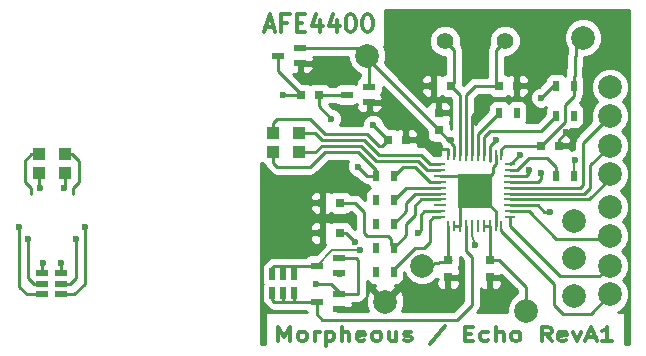
<source format=gbr>
G04 #@! TF.FileFunction,Copper,L1,Top,Signal*
%FSLAX46Y46*%
G04 Gerber Fmt 4.6, Leading zero omitted, Abs format (unit mm)*
G04 Created by KiCad (PCBNEW 4.0.0-rc1-stable) date 11/13/2015 10:46:54 AM*
%MOMM*%
G01*
G04 APERTURE LIST*
%ADD10C,0.100000*%
%ADD11C,0.300000*%
%ADD12R,0.500000X1.000000*%
%ADD13R,1.000760X0.599440*%
%ADD14C,1.422400*%
%ADD15R,0.800000X0.750000*%
%ADD16R,0.500000X0.900000*%
%ADD17R,0.750000X0.800000*%
%ADD18O,0.230000X0.998220*%
%ADD19R,0.230000X0.998220*%
%ADD20O,0.998220X0.230000*%
%ADD21R,0.998220X0.230000*%
%ADD22R,3.000000X3.000000*%
%ADD23C,1.998980*%
%ADD24R,1.000000X1.000000*%
%ADD25R,1.000000X0.500000*%
%ADD26C,0.600000*%
%ADD27C,0.250000*%
%ADD28C,0.200000*%
%ADD29C,0.254000*%
G04 APERTURE END LIST*
D10*
D11*
X125846858Y-118652857D02*
X125846858Y-117452857D01*
X126346858Y-118310000D01*
X126846858Y-117452857D01*
X126846858Y-118652857D01*
X127775430Y-118652857D02*
X127632572Y-118595714D01*
X127561144Y-118538571D01*
X127489715Y-118424286D01*
X127489715Y-118081429D01*
X127561144Y-117967143D01*
X127632572Y-117910000D01*
X127775430Y-117852857D01*
X127989715Y-117852857D01*
X128132572Y-117910000D01*
X128204001Y-117967143D01*
X128275430Y-118081429D01*
X128275430Y-118424286D01*
X128204001Y-118538571D01*
X128132572Y-118595714D01*
X127989715Y-118652857D01*
X127775430Y-118652857D01*
X128918287Y-118652857D02*
X128918287Y-117852857D01*
X128918287Y-118081429D02*
X128989715Y-117967143D01*
X129061144Y-117910000D01*
X129204001Y-117852857D01*
X129346858Y-117852857D01*
X129846858Y-117852857D02*
X129846858Y-119052857D01*
X129846858Y-117910000D02*
X129989715Y-117852857D01*
X130275429Y-117852857D01*
X130418286Y-117910000D01*
X130489715Y-117967143D01*
X130561144Y-118081429D01*
X130561144Y-118424286D01*
X130489715Y-118538571D01*
X130418286Y-118595714D01*
X130275429Y-118652857D01*
X129989715Y-118652857D01*
X129846858Y-118595714D01*
X131204001Y-118652857D02*
X131204001Y-117452857D01*
X131846858Y-118652857D02*
X131846858Y-118024286D01*
X131775429Y-117910000D01*
X131632572Y-117852857D01*
X131418287Y-117852857D01*
X131275429Y-117910000D01*
X131204001Y-117967143D01*
X133132572Y-118595714D02*
X132989715Y-118652857D01*
X132704001Y-118652857D01*
X132561144Y-118595714D01*
X132489715Y-118481429D01*
X132489715Y-118024286D01*
X132561144Y-117910000D01*
X132704001Y-117852857D01*
X132989715Y-117852857D01*
X133132572Y-117910000D01*
X133204001Y-118024286D01*
X133204001Y-118138571D01*
X132489715Y-118252857D01*
X134061144Y-118652857D02*
X133918286Y-118595714D01*
X133846858Y-118538571D01*
X133775429Y-118424286D01*
X133775429Y-118081429D01*
X133846858Y-117967143D01*
X133918286Y-117910000D01*
X134061144Y-117852857D01*
X134275429Y-117852857D01*
X134418286Y-117910000D01*
X134489715Y-117967143D01*
X134561144Y-118081429D01*
X134561144Y-118424286D01*
X134489715Y-118538571D01*
X134418286Y-118595714D01*
X134275429Y-118652857D01*
X134061144Y-118652857D01*
X135846858Y-117852857D02*
X135846858Y-118652857D01*
X135204001Y-117852857D02*
X135204001Y-118481429D01*
X135275429Y-118595714D01*
X135418287Y-118652857D01*
X135632572Y-118652857D01*
X135775429Y-118595714D01*
X135846858Y-118538571D01*
X136489715Y-118595714D02*
X136632572Y-118652857D01*
X136918287Y-118652857D01*
X137061144Y-118595714D01*
X137132572Y-118481429D01*
X137132572Y-118424286D01*
X137061144Y-118310000D01*
X136918287Y-118252857D01*
X136704001Y-118252857D01*
X136561144Y-118195714D01*
X136489715Y-118081429D01*
X136489715Y-118024286D01*
X136561144Y-117910000D01*
X136704001Y-117852857D01*
X136918287Y-117852857D01*
X137061144Y-117910000D01*
X139989715Y-117395714D02*
X138704001Y-118938571D01*
X141632573Y-118024286D02*
X142132573Y-118024286D01*
X142346859Y-118652857D02*
X141632573Y-118652857D01*
X141632573Y-117452857D01*
X142346859Y-117452857D01*
X143632573Y-118595714D02*
X143489716Y-118652857D01*
X143204002Y-118652857D01*
X143061144Y-118595714D01*
X142989716Y-118538571D01*
X142918287Y-118424286D01*
X142918287Y-118081429D01*
X142989716Y-117967143D01*
X143061144Y-117910000D01*
X143204002Y-117852857D01*
X143489716Y-117852857D01*
X143632573Y-117910000D01*
X144275430Y-118652857D02*
X144275430Y-117452857D01*
X144918287Y-118652857D02*
X144918287Y-118024286D01*
X144846858Y-117910000D01*
X144704001Y-117852857D01*
X144489716Y-117852857D01*
X144346858Y-117910000D01*
X144275430Y-117967143D01*
X145846859Y-118652857D02*
X145704001Y-118595714D01*
X145632573Y-118538571D01*
X145561144Y-118424286D01*
X145561144Y-118081429D01*
X145632573Y-117967143D01*
X145704001Y-117910000D01*
X145846859Y-117852857D01*
X146061144Y-117852857D01*
X146204001Y-117910000D01*
X146275430Y-117967143D01*
X146346859Y-118081429D01*
X146346859Y-118424286D01*
X146275430Y-118538571D01*
X146204001Y-118595714D01*
X146061144Y-118652857D01*
X145846859Y-118652857D01*
X148989716Y-118652857D02*
X148489716Y-118081429D01*
X148132573Y-118652857D02*
X148132573Y-117452857D01*
X148704001Y-117452857D01*
X148846859Y-117510000D01*
X148918287Y-117567143D01*
X148989716Y-117681429D01*
X148989716Y-117852857D01*
X148918287Y-117967143D01*
X148846859Y-118024286D01*
X148704001Y-118081429D01*
X148132573Y-118081429D01*
X150204001Y-118595714D02*
X150061144Y-118652857D01*
X149775430Y-118652857D01*
X149632573Y-118595714D01*
X149561144Y-118481429D01*
X149561144Y-118024286D01*
X149632573Y-117910000D01*
X149775430Y-117852857D01*
X150061144Y-117852857D01*
X150204001Y-117910000D01*
X150275430Y-118024286D01*
X150275430Y-118138571D01*
X149561144Y-118252857D01*
X150775430Y-117852857D02*
X151132573Y-118652857D01*
X151489715Y-117852857D01*
X151989715Y-118310000D02*
X152704001Y-118310000D01*
X151846858Y-118652857D02*
X152346858Y-117452857D01*
X152846858Y-118652857D01*
X154132572Y-118652857D02*
X153275429Y-118652857D01*
X153704001Y-118652857D02*
X153704001Y-117452857D01*
X153561144Y-117624286D01*
X153418286Y-117738571D01*
X153275429Y-117795714D01*
X124750287Y-92071000D02*
X125464573Y-92071000D01*
X124607430Y-92499571D02*
X125107430Y-90999571D01*
X125607430Y-92499571D01*
X126607430Y-91713857D02*
X126107430Y-91713857D01*
X126107430Y-92499571D02*
X126107430Y-90999571D01*
X126821716Y-90999571D01*
X127393144Y-91713857D02*
X127893144Y-91713857D01*
X128107430Y-92499571D02*
X127393144Y-92499571D01*
X127393144Y-90999571D01*
X128107430Y-90999571D01*
X129393144Y-91499571D02*
X129393144Y-92499571D01*
X129036001Y-90928143D02*
X128678858Y-91999571D01*
X129607430Y-91999571D01*
X130821715Y-91499571D02*
X130821715Y-92499571D01*
X130464572Y-90928143D02*
X130107429Y-91999571D01*
X131036001Y-91999571D01*
X131893143Y-90999571D02*
X132036000Y-90999571D01*
X132178857Y-91071000D01*
X132250286Y-91142429D01*
X132321715Y-91285286D01*
X132393143Y-91571000D01*
X132393143Y-91928143D01*
X132321715Y-92213857D01*
X132250286Y-92356714D01*
X132178857Y-92428143D01*
X132036000Y-92499571D01*
X131893143Y-92499571D01*
X131750286Y-92428143D01*
X131678857Y-92356714D01*
X131607429Y-92213857D01*
X131536000Y-91928143D01*
X131536000Y-91571000D01*
X131607429Y-91285286D01*
X131678857Y-91142429D01*
X131750286Y-91071000D01*
X131893143Y-90999571D01*
X133321714Y-90999571D02*
X133464571Y-90999571D01*
X133607428Y-91071000D01*
X133678857Y-91142429D01*
X133750286Y-91285286D01*
X133821714Y-91571000D01*
X133821714Y-91928143D01*
X133750286Y-92213857D01*
X133678857Y-92356714D01*
X133607428Y-92428143D01*
X133464571Y-92499571D01*
X133321714Y-92499571D01*
X133178857Y-92428143D01*
X133107428Y-92356714D01*
X133036000Y-92213857D01*
X132964571Y-91928143D01*
X132964571Y-91571000D01*
X133036000Y-91285286D01*
X133107428Y-91142429D01*
X133178857Y-91071000D01*
X133321714Y-90999571D01*
D12*
X127138000Y-112992000D03*
X126238000Y-112992000D03*
X125338000Y-112992000D03*
X125338000Y-114592000D03*
X126238000Y-114592000D03*
X127138000Y-114592000D03*
D13*
X133537960Y-97139760D03*
X133537960Y-98440240D03*
X131638040Y-97790000D03*
X127695960Y-93837760D03*
X127695960Y-95138240D03*
X125796040Y-94488000D03*
X130997960Y-111617760D03*
X130997960Y-112918240D03*
X129098040Y-112268000D03*
X130997960Y-114665760D03*
X130997960Y-115966240D03*
X129098040Y-115316000D03*
D14*
X139954000Y-93218000D03*
X145034000Y-93218000D03*
D15*
X136640000Y-101600000D03*
X135140000Y-101600000D03*
D16*
X135624000Y-104648000D03*
X134124000Y-104648000D03*
X149364000Y-104648000D03*
X150864000Y-104648000D03*
D15*
X127774000Y-97790000D03*
X129274000Y-97790000D03*
X131052000Y-106934000D03*
X129552000Y-106934000D03*
X131051500Y-109500500D03*
X129551500Y-109500500D03*
D17*
X139446000Y-100826000D03*
X139446000Y-99326000D03*
D15*
X140450000Y-97028000D03*
X138950000Y-97028000D03*
D17*
X140208000Y-111772000D03*
X140208000Y-113272000D03*
D15*
X144538000Y-97028000D03*
X146038000Y-97028000D03*
D17*
X143764000Y-111772000D03*
X143764000Y-113272000D03*
D15*
X148094000Y-102108000D03*
X149594000Y-102108000D03*
D16*
X135624000Y-110744000D03*
X134124000Y-110744000D03*
X135624000Y-108712000D03*
X134124000Y-108712000D03*
X135624000Y-106680000D03*
X134124000Y-106680000D03*
X135624000Y-112776000D03*
X134124000Y-112776000D03*
X144538000Y-99314000D03*
X146038000Y-99314000D03*
X149364000Y-99568000D03*
X150864000Y-99568000D03*
X149364000Y-97028000D03*
X150864000Y-97028000D03*
D18*
X140246100Y-102918260D03*
X140746480Y-102918260D03*
D19*
X141244320Y-102918260D03*
X141744700Y-102918260D03*
X142245080Y-102918260D03*
X142742920Y-102918260D03*
X143243300Y-102918260D03*
X143743680Y-102918260D03*
D18*
X144241520Y-102918260D03*
X144741900Y-102918260D03*
D20*
X145493740Y-103670100D03*
X145493740Y-104170480D03*
D21*
X145493740Y-104668320D03*
X145493740Y-105168700D03*
X145493740Y-105669080D03*
X145493740Y-106166920D03*
X145493740Y-106667300D03*
X145493740Y-107167680D03*
D20*
X145493740Y-107665520D03*
X145493740Y-108165900D03*
D18*
X144741900Y-108917740D03*
X144241520Y-108917740D03*
D19*
X143743680Y-108917740D03*
X143243300Y-108917740D03*
X142742920Y-108917740D03*
X142245080Y-108917740D03*
X141744700Y-108917740D03*
X141244320Y-108917740D03*
D18*
X140746480Y-108917740D03*
X140246100Y-108917740D03*
D20*
X139494260Y-108165900D03*
X139494260Y-107665520D03*
D21*
X139494260Y-107167680D03*
X139494260Y-106667300D03*
X139494260Y-106166920D03*
X139494260Y-105669080D03*
X139494260Y-105168700D03*
X139494260Y-104668320D03*
D20*
X139494260Y-104170480D03*
X139494260Y-103670100D03*
D22*
X142494000Y-105918000D03*
D23*
X133350000Y-94488000D03*
X146812000Y-116078000D03*
X151638000Y-92964000D03*
X138049000Y-112268000D03*
X134874000Y-115316000D03*
X150876000Y-114808000D03*
X150876000Y-111633000D03*
X150876000Y-108458000D03*
D24*
X125392000Y-102654000D03*
X127592000Y-102654000D03*
X125392000Y-101054000D03*
X127592000Y-101054000D03*
X107780000Y-102832000D03*
X105580000Y-102832000D03*
X107780000Y-104432000D03*
X105580000Y-104432000D03*
D23*
X153924000Y-99568000D03*
X153924000Y-102108000D03*
X153924000Y-97138000D03*
X153924000Y-104538000D03*
X153924000Y-109728000D03*
X153924000Y-112268000D03*
X153924000Y-107298000D03*
X153924000Y-114698000D03*
D25*
X105880000Y-112892000D03*
X105880000Y-113792000D03*
X105880000Y-114692000D03*
X107480000Y-114692000D03*
X107480000Y-113792000D03*
X107480000Y-112892000D03*
D26*
X127508000Y-101092000D03*
X126238000Y-97790000D03*
X127508000Y-102616000D03*
X130302000Y-99822000D03*
X136652000Y-96012000D03*
X148336000Y-95758000D03*
X143764000Y-115062000D03*
X142494000Y-104902000D03*
X141478000Y-105918000D03*
X143510000Y-104902000D03*
X141478000Y-106934000D03*
X142494000Y-106934000D03*
X143510000Y-106934000D03*
X143510000Y-105918000D03*
X141478000Y-104902000D03*
X138938000Y-102362000D03*
X142494000Y-105918000D03*
X150241000Y-100965000D03*
X132334000Y-110236000D03*
X137668000Y-109474000D03*
X144272000Y-101600000D03*
X140462000Y-101600000D03*
X129032000Y-113792000D03*
X148082000Y-98044000D03*
X146304000Y-102870000D03*
X148082000Y-104394000D03*
X150945300Y-103342500D03*
X147066000Y-104140000D03*
X148844000Y-107696000D03*
X133858000Y-100330000D03*
X132588000Y-103886000D03*
X105918000Y-112014000D03*
X104648000Y-109982000D03*
X103886000Y-108966000D03*
X109474000Y-108966000D03*
X108712000Y-109982000D03*
X107442000Y-112014000D03*
X132722000Y-110984400D03*
X142494000Y-110490000D03*
X105664000Y-105664000D03*
X107696000Y-105664000D03*
D27*
X127546000Y-101054000D02*
X127592000Y-101054000D01*
X127508000Y-101092000D02*
X127546000Y-101054000D01*
X127574000Y-97590000D02*
X127774000Y-97790000D01*
X125796000Y-95812000D02*
X127574000Y-97590000D01*
X125796000Y-94488000D02*
X125796000Y-95812000D01*
X127574000Y-97590000D02*
X127774000Y-97790000D01*
X127774000Y-97790000D02*
X126238000Y-97790000D01*
X128994000Y-101054000D02*
X127592000Y-101054000D01*
X129540000Y-101600000D02*
X128994000Y-101054000D01*
X133096000Y-101600000D02*
X129540000Y-101600000D01*
X134366000Y-102870000D02*
X133096000Y-101600000D01*
X137922000Y-102870000D02*
X134366000Y-102870000D01*
X138722000Y-103670000D02*
X137922000Y-102870000D01*
X139494000Y-103670000D02*
X138722000Y-103670000D01*
D28*
X139494200Y-103670000D02*
X139494300Y-103670100D01*
X139494000Y-103670000D02*
X139494200Y-103670000D01*
D27*
X127242000Y-100704000D02*
X127563000Y-100898000D01*
X127563000Y-100898000D02*
X127884000Y-101092000D01*
D28*
X127592000Y-100927000D02*
X127592000Y-101054000D01*
X127563000Y-100898000D02*
X127592000Y-100927000D01*
D27*
X127508000Y-102616000D02*
X127546000Y-102654000D01*
X129274000Y-98794000D02*
X130302000Y-99822000D01*
X129274000Y-97790000D02*
X129274000Y-98794000D01*
X127546000Y-102654000D02*
X127592000Y-102654000D01*
X129274000Y-97790000D02*
X131638000Y-97790000D01*
X127292000Y-102654000D02*
X127546000Y-102654000D01*
X127546000Y-102654000D02*
X127592000Y-102654000D01*
X139494000Y-104170000D02*
X139493800Y-104170000D01*
X128994000Y-102654000D02*
X127592000Y-102654000D01*
X129540000Y-102108000D02*
X128994000Y-102654000D01*
X132842000Y-102108000D02*
X129540000Y-102108000D01*
X134112000Y-103378000D02*
X132842000Y-102108000D01*
X137668000Y-103378000D02*
X134112000Y-103378000D01*
X138460000Y-104170000D02*
X137668000Y-103378000D01*
X139493800Y-104170000D02*
X138460000Y-104170000D01*
D28*
X139493800Y-104170000D02*
X139494300Y-104170500D01*
D27*
X135382000Y-110502000D02*
X135624000Y-110744000D01*
X135382000Y-109982000D02*
X135382000Y-110502000D01*
X135128000Y-109728000D02*
X135382000Y-109982000D01*
X133350000Y-109728000D02*
X135128000Y-109728000D01*
X133096000Y-109474000D02*
X133350000Y-109728000D01*
X133096000Y-107696000D02*
X133096000Y-109474000D01*
X132334000Y-106934000D02*
X133096000Y-107696000D01*
X131052000Y-106934000D02*
X132334000Y-106934000D01*
X135624000Y-110744000D02*
X135624000Y-110732000D01*
X136652000Y-109716000D02*
X135624000Y-110744000D01*
X136652000Y-108712000D02*
X136652000Y-109716000D01*
X137414000Y-107950000D02*
X136652000Y-108712000D01*
X137414000Y-107188000D02*
X137414000Y-107950000D01*
X137935000Y-106667000D02*
X137414000Y-107188000D01*
X139494000Y-106667000D02*
X137935000Y-106667000D01*
D28*
X139494000Y-106667000D02*
X139494300Y-106667300D01*
D27*
X144241520Y-102918260D02*
X144241520Y-103662480D01*
X144018000Y-104394000D02*
X142494000Y-105918000D01*
X144018000Y-103886000D02*
X144018000Y-104394000D01*
X144241520Y-103662480D02*
X144018000Y-103886000D01*
X138950000Y-97028000D02*
X137668000Y-97028000D01*
X137668000Y-97028000D02*
X136652000Y-96012000D01*
X146038000Y-97028000D02*
X147066000Y-97028000D01*
X147066000Y-97028000D02*
X148336000Y-95758000D01*
X143764000Y-113272000D02*
X143764000Y-115062000D01*
X142494000Y-105918000D02*
X142494000Y-104902000D01*
X142494000Y-105918000D02*
X141478000Y-105918000D01*
X142494000Y-105918000D02*
X142748000Y-105918000D01*
X142748000Y-105918000D02*
X143510000Y-104902000D01*
X141244320Y-107167680D02*
X141478000Y-106934000D01*
X142742920Y-107182920D02*
X142494000Y-106934000D01*
X144241520Y-108917740D02*
X144241520Y-107665520D01*
X144241520Y-107665520D02*
X143510000Y-106934000D01*
X143510000Y-105918000D02*
X142494000Y-105918000D01*
X141478000Y-104902000D02*
X142494000Y-105918000D01*
X140208000Y-102362000D02*
X138938000Y-102362000D01*
X140246000Y-102400000D02*
X140208000Y-102362000D01*
X140246000Y-102654000D02*
X140246000Y-102400000D01*
X142245000Y-99563000D02*
X143510000Y-98298000D01*
X142245000Y-102918000D02*
X142245000Y-99563000D01*
D28*
X140246000Y-102918000D02*
X140246000Y-102654000D01*
D27*
X142743000Y-106167000D02*
X142494000Y-105918000D01*
X134874000Y-115316000D02*
X134874000Y-115304000D01*
X129552000Y-106934000D02*
X129552000Y-106744000D01*
X141244000Y-107168000D02*
X142494000Y-105918000D01*
X141244000Y-108918000D02*
X141244000Y-107168000D01*
X140746000Y-108918000D02*
X141244000Y-108918000D01*
X139494000Y-104668000D02*
X141244000Y-104668000D01*
X141244000Y-107168000D02*
X142494000Y-105918000D01*
X149594000Y-101612000D02*
X150241000Y-100965000D01*
X149594000Y-102108000D02*
X149594000Y-101612000D01*
X140246000Y-102918000D02*
X140246000Y-102654000D01*
X131572000Y-109474000D02*
X131318000Y-109474000D01*
X132334000Y-110236000D02*
X131572000Y-109474000D01*
X131052000Y-109474000D02*
X131318000Y-109474000D01*
X131318000Y-109474000D02*
X131052000Y-109474000D01*
X139494000Y-107666000D02*
X139493800Y-107666000D01*
X137922000Y-109220000D02*
X137668000Y-109474000D01*
X137922000Y-107950000D02*
X137922000Y-109220000D01*
X138206000Y-107666000D02*
X137922000Y-107950000D01*
X139493800Y-107666000D02*
X138206000Y-107666000D01*
D28*
X139493800Y-107666000D02*
X139494300Y-107665500D01*
D27*
X131052000Y-109500000D02*
X131051500Y-109500500D01*
X131052000Y-109474000D02*
X131052000Y-109500000D01*
X140462000Y-101600000D02*
X140220000Y-101600000D01*
X143743680Y-102128320D02*
X144272000Y-101600000D01*
X143743680Y-102918260D02*
X143743680Y-102128320D01*
X140220000Y-101600000D02*
X139446000Y-100826000D01*
X133350000Y-94730000D02*
X139446000Y-100826000D01*
X133350000Y-94488000D02*
X133350000Y-94730000D01*
X133538000Y-97140000D02*
X133538000Y-97139800D01*
X133538000Y-94676000D02*
X133350000Y-94488000D01*
X133538000Y-97139800D02*
X133538000Y-94676000D01*
X143744000Y-103392000D02*
X143744000Y-102918000D01*
D28*
X143743700Y-103391700D02*
X143743700Y-102918300D01*
X143744000Y-103392000D02*
X143743700Y-103391700D01*
D27*
X140746000Y-102126000D02*
X140746000Y-103021000D01*
X139446000Y-100826000D02*
X140746000Y-102126000D01*
D28*
X140746500Y-103020500D02*
X140746500Y-102918300D01*
X140746000Y-103021000D02*
X140746500Y-103020500D01*
D27*
X127696000Y-93838000D02*
X127696200Y-93838000D01*
X132700000Y-93838000D02*
X133350000Y-94488000D01*
X127696200Y-93838000D02*
X132700000Y-93838000D01*
D28*
X127696200Y-93838000D02*
X127696000Y-93837800D01*
D27*
X140716000Y-96762000D02*
X140450000Y-97028000D01*
X140716000Y-93980000D02*
X140716000Y-96762000D01*
X139954000Y-93218000D02*
X140716000Y-93980000D01*
X141244000Y-102918000D02*
X141244000Y-100370000D01*
X141244000Y-97822000D02*
X140450000Y-97028000D01*
X141244000Y-100370000D02*
X141244000Y-97822000D01*
D28*
X141244300Y-100370300D02*
X141244300Y-102918300D01*
X141244000Y-100370000D02*
X141244300Y-100370300D01*
D27*
X140474000Y-111760000D02*
X138049000Y-112268000D01*
X140246000Y-108918000D02*
X140246000Y-110479000D01*
X140246000Y-111532000D02*
X140474000Y-111760000D01*
X140246000Y-110479000D02*
X140246000Y-111532000D01*
D28*
X140246100Y-110478900D02*
X140246100Y-108917700D01*
X140246000Y-110479000D02*
X140246100Y-110478900D01*
D27*
X144272000Y-96762000D02*
X144538000Y-97028000D01*
X144272000Y-93980000D02*
X144272000Y-96762000D01*
X145034000Y-93218000D02*
X144272000Y-93980000D01*
X141745000Y-102918000D02*
X141745000Y-100360500D01*
X142519000Y-97028000D02*
X144538000Y-97028000D01*
X141745000Y-97803000D02*
X142519000Y-97028000D01*
X141745000Y-100360500D02*
X141745000Y-97803000D01*
D28*
X141744700Y-100360800D02*
X141744700Y-102918300D01*
X141745000Y-100360500D02*
X141744700Y-100360800D01*
D27*
X143764000Y-111772000D02*
X144538000Y-111772000D01*
X146812000Y-114046000D02*
X146812000Y-116078000D01*
X144538000Y-111772000D02*
X146812000Y-114046000D01*
X129032000Y-113792000D02*
X130302000Y-113792000D01*
X130302000Y-113792000D02*
X130997960Y-114487960D01*
X130997960Y-114487960D02*
X130997960Y-114665760D01*
X146812000Y-116078000D02*
X146558000Y-116078000D01*
X130998200Y-114666000D02*
X130998000Y-114666000D01*
X132588000Y-114666000D02*
X130998200Y-114666000D01*
D28*
X130998200Y-114666000D02*
X130998000Y-114665800D01*
X143243300Y-108917700D02*
X143243300Y-108918000D01*
D27*
X143243000Y-108918000D02*
X143243300Y-108918000D01*
D28*
X143743700Y-108917700D02*
X143743700Y-108918000D01*
D27*
X143243300Y-108918000D02*
X143743700Y-108918000D01*
X143744000Y-110228000D02*
X143764000Y-111772000D01*
X143744000Y-108918000D02*
X143744000Y-110228000D01*
X143743700Y-108918000D02*
X143744000Y-108918000D01*
X130998000Y-111618000D02*
X130998200Y-111618000D01*
X132588000Y-111760000D02*
X132588000Y-114666000D01*
X132446000Y-111618000D02*
X132588000Y-111760000D01*
X130998200Y-111618000D02*
X132446000Y-111618000D01*
D28*
X130998200Y-111618000D02*
X130998000Y-111617800D01*
D27*
X151015000Y-93714000D02*
X150864000Y-97028000D01*
X151638000Y-93091000D02*
X151015000Y-93714000D01*
X151638000Y-92964000D02*
X151638000Y-93091000D01*
X150114000Y-100088000D02*
X148094000Y-102108000D01*
X150114000Y-98679000D02*
X150114000Y-100088000D01*
X150864000Y-97929000D02*
X150114000Y-98679000D01*
X150864000Y-97028000D02*
X150864000Y-97929000D01*
X144742000Y-102918000D02*
X144742000Y-102659000D01*
X145034000Y-102108000D02*
X148094000Y-102108000D01*
X144742000Y-102400000D02*
X145034000Y-102108000D01*
X144742000Y-102659000D02*
X144742000Y-102400000D01*
D28*
X144741900Y-102659100D02*
X144741900Y-102918300D01*
X144742000Y-102659000D02*
X144741900Y-102659100D01*
D27*
X149098000Y-97028000D02*
X148082000Y-98044000D01*
X149364000Y-97028000D02*
X149098000Y-97028000D01*
X145504000Y-103670000D02*
X146304000Y-102870000D01*
X145494000Y-103670000D02*
X145504000Y-103670000D01*
D28*
X145493800Y-103670000D02*
X145493700Y-103670100D01*
X145494000Y-103670000D02*
X145493800Y-103670000D01*
D27*
X148082000Y-104902000D02*
X148082000Y-104394000D01*
X147815000Y-105169000D02*
X148082000Y-104902000D01*
X145494000Y-105169000D02*
X147815000Y-105169000D01*
D28*
X145494000Y-105169000D02*
X145493700Y-105168700D01*
D27*
X151638000Y-101854000D02*
X153924000Y-99568000D01*
X151638000Y-105410000D02*
X151638000Y-101854000D01*
X151379000Y-105669000D02*
X151638000Y-105410000D01*
X145494000Y-105669000D02*
X151379000Y-105669000D01*
D28*
X145493800Y-105669000D02*
X145493700Y-105669100D01*
X145494000Y-105669000D02*
X145493800Y-105669000D01*
D27*
X152273000Y-103759000D02*
X153924000Y-102108000D01*
X152273000Y-105664000D02*
X152273000Y-103759000D01*
X151770000Y-106167000D02*
X152273000Y-105664000D01*
X145494000Y-106167000D02*
X151770000Y-106167000D01*
D28*
X145493800Y-106167000D02*
X145493700Y-106166900D01*
X145494000Y-106167000D02*
X145493800Y-106167000D01*
D27*
X153924000Y-104902000D02*
X153924000Y-104538000D01*
X152159000Y-106667000D02*
X153924000Y-104902000D01*
X145494000Y-106667000D02*
X152159000Y-106667000D01*
D28*
X145494000Y-106667000D02*
X145493700Y-106667300D01*
X150864000Y-103423800D02*
X150864000Y-104648000D01*
X150945300Y-103342500D02*
X150864000Y-103423800D01*
D27*
X147066000Y-104394000D02*
X147066000Y-104140000D01*
X146792000Y-104668000D02*
X147066000Y-104394000D01*
X145494000Y-104668000D02*
X146792000Y-104668000D01*
D28*
X145494000Y-104668000D02*
X145493700Y-104668300D01*
D27*
X148336000Y-107696000D02*
X148844000Y-107696000D01*
X147808000Y-107168000D02*
X148336000Y-107696000D01*
X145494000Y-107168000D02*
X147808000Y-107168000D01*
D28*
X145494000Y-107168000D02*
X145493700Y-107167700D01*
D27*
X145494000Y-107666000D02*
X145494200Y-107666000D01*
X153670000Y-109982000D02*
X153924000Y-109728000D01*
X149352000Y-109982000D02*
X153670000Y-109982000D01*
X147036000Y-107666000D02*
X149352000Y-109982000D01*
X145494200Y-107666000D02*
X147036000Y-107666000D01*
D28*
X145494200Y-107666000D02*
X145493700Y-107665500D01*
D27*
X153670000Y-112522000D02*
X153924000Y-112268000D01*
X145494000Y-108166000D02*
X145494000Y-108542000D01*
X153035000Y-113157000D02*
X153670000Y-112522000D01*
X149733000Y-113157000D02*
X153035000Y-113157000D01*
X145494000Y-108918000D02*
X149733000Y-113157000D01*
X145494000Y-108542000D02*
X145494000Y-108918000D01*
D28*
X145493700Y-108541700D02*
X145493700Y-108165900D01*
X145494000Y-108542000D02*
X145493700Y-108541700D01*
D27*
X144742000Y-109309000D02*
X144742000Y-109245500D01*
X149225000Y-113792000D02*
X144742000Y-109309000D01*
X149225000Y-115570000D02*
X149225000Y-113792000D01*
X149987000Y-116332000D02*
X149225000Y-115570000D01*
X152290000Y-116332000D02*
X149987000Y-116332000D01*
X153924000Y-114698000D02*
X152290000Y-116332000D01*
X144742000Y-109245500D02*
X144742000Y-109182000D01*
D28*
X144741900Y-109245400D02*
X144741900Y-108917700D01*
X144742000Y-109245500D02*
X144741900Y-109245400D01*
D27*
X135624000Y-108712000D02*
X135624000Y-108597000D01*
X136652000Y-107684000D02*
X135624000Y-108712000D01*
X136652000Y-106934000D02*
X136652000Y-107684000D01*
X137419000Y-106167000D02*
X136652000Y-106934000D01*
X139494000Y-106167000D02*
X137419000Y-106167000D01*
D28*
X139494200Y-106167000D02*
X139494300Y-106166900D01*
X139494000Y-106167000D02*
X139494200Y-106167000D01*
D27*
X135624000Y-106680000D02*
X135624000Y-106438000D01*
X136635000Y-105669000D02*
X135624000Y-106680000D01*
X139494000Y-105669000D02*
X136635000Y-105669000D01*
D28*
X139494200Y-105669000D02*
X139494300Y-105669100D01*
X139494000Y-105669000D02*
X139494200Y-105669000D01*
D27*
X135624000Y-112534000D02*
X135624000Y-112776000D01*
X137414000Y-110744000D02*
X135624000Y-112534000D01*
X138176000Y-110744000D02*
X137414000Y-110744000D01*
X138684000Y-110236000D02*
X138176000Y-110744000D01*
X138684000Y-108458000D02*
X138684000Y-110236000D01*
X138976000Y-108166000D02*
X138684000Y-108458000D01*
X139494000Y-108166000D02*
X138976000Y-108166000D01*
D28*
X139494200Y-108166000D02*
X139494300Y-108165900D01*
X139494000Y-108166000D02*
X139494200Y-108166000D01*
D27*
X144289000Y-99563000D02*
X144538000Y-99314000D01*
X142743000Y-102918000D02*
X142743000Y-102007500D01*
X144526000Y-99314000D02*
X144538000Y-99314000D01*
X142743000Y-101097000D02*
X144526000Y-99314000D01*
X142743000Y-102007500D02*
X142743000Y-101097000D01*
D28*
X142742900Y-102007600D02*
X142742900Y-102918300D01*
X142743000Y-102007500D02*
X142742900Y-102007600D01*
D27*
X143243000Y-102918000D02*
X143243000Y-102138500D01*
X148094000Y-100838000D02*
X149364000Y-99568000D01*
X143764000Y-100838000D02*
X148094000Y-100838000D01*
X143243000Y-101359000D02*
X143764000Y-100838000D01*
X143243000Y-102138500D02*
X143243000Y-101359000D01*
D28*
X143243300Y-102138800D02*
X143243300Y-102918300D01*
X143243000Y-102138500D02*
X143243300Y-102138800D01*
D27*
X133350000Y-104648000D02*
X132588000Y-103886000D01*
X134124000Y-104648000D02*
X133350000Y-104648000D01*
X135128000Y-101600000D02*
X135140000Y-101600000D01*
X133858000Y-100330000D02*
X135128000Y-101600000D01*
X134632000Y-102108000D02*
X135140000Y-101600000D01*
X134366000Y-102108000D02*
X134632000Y-102108000D01*
X133350000Y-101092000D02*
X134366000Y-102108000D01*
X129794000Y-101092000D02*
X133350000Y-101092000D01*
X128524000Y-99822000D02*
X129794000Y-101092000D01*
X125730000Y-99822000D02*
X128524000Y-99822000D01*
X125392000Y-100160000D02*
X125730000Y-99822000D01*
X125392000Y-101054000D02*
X125392000Y-100160000D01*
X125392000Y-103548000D02*
X125392000Y-102654000D01*
X125730000Y-103886000D02*
X125392000Y-103548000D01*
X128524000Y-103886000D02*
X125730000Y-103886000D01*
X129794000Y-102616000D02*
X128524000Y-103886000D01*
X132588000Y-102616000D02*
X129794000Y-102616000D01*
X134124000Y-104152000D02*
X132588000Y-102616000D01*
X134124000Y-104648000D02*
X134124000Y-104152000D01*
X125392000Y-101054000D02*
X125692000Y-101054000D01*
X105880000Y-112892000D02*
X105880000Y-112052000D01*
X105880000Y-112052000D02*
X105918000Y-112014000D01*
X105880000Y-113792000D02*
X105156000Y-113792000D01*
X104648000Y-113284000D02*
X104648000Y-109982000D01*
X105156000Y-113792000D02*
X104648000Y-113284000D01*
X105880000Y-114692000D02*
X104532000Y-114692000D01*
X103886000Y-114046000D02*
X103886000Y-108966000D01*
X104532000Y-114692000D02*
X103886000Y-114046000D01*
X107480000Y-114692000D02*
X108574000Y-114692000D01*
X109474000Y-113792000D02*
X109474000Y-108966000D01*
X108574000Y-114692000D02*
X109474000Y-113792000D01*
X107480000Y-113792000D02*
X108204000Y-113792000D01*
X108712000Y-113284000D02*
X108712000Y-109982000D01*
X108204000Y-113792000D02*
X108712000Y-113284000D01*
X107480000Y-112892000D02*
X107480000Y-112052000D01*
X107480000Y-112052000D02*
X107442000Y-112014000D01*
X126238000Y-112268000D02*
X125476000Y-112268000D01*
X125338000Y-112406000D02*
X125338000Y-112992000D01*
X125476000Y-112268000D02*
X125338000Y-112406000D01*
X127254000Y-112268000D02*
X126238000Y-112268000D01*
X126238000Y-112268000D02*
X126238000Y-112992000D01*
X129098040Y-112268000D02*
X127254000Y-112268000D01*
X127138000Y-112384000D02*
X127138000Y-112992000D01*
X127254000Y-112268000D02*
X127138000Y-112384000D01*
D28*
X129097700Y-112268000D02*
X130381300Y-110984400D01*
X130381300Y-110984400D02*
X132722000Y-110984400D01*
X142245100Y-108917700D02*
X142245100Y-109717100D01*
X142494000Y-110490000D02*
X142262600Y-109717100D01*
X142262600Y-109717100D02*
X142245100Y-109717100D01*
D27*
X129001500Y-112268000D02*
X128905000Y-112268000D01*
X129049800Y-112268000D02*
X129001500Y-112268000D01*
X129049800Y-112268000D02*
X129001500Y-112268000D01*
X129073900Y-112268000D02*
X129049800Y-112268000D01*
X129073900Y-112268000D02*
X129049800Y-112268000D01*
X129086000Y-112268000D02*
X129073900Y-112268000D01*
X129086000Y-112268000D02*
X129073900Y-112268000D01*
X129092000Y-112268000D02*
X129086000Y-112268000D01*
X129092000Y-112268000D02*
X129086000Y-112268000D01*
X129095000Y-112268000D02*
X129092000Y-112268000D01*
X129095000Y-112268000D02*
X129092000Y-112268000D01*
X129096500Y-112268000D02*
X129095000Y-112268000D01*
X129096500Y-112268000D02*
X129095000Y-112268000D01*
X129097300Y-112268000D02*
X129096500Y-112268000D01*
X129097300Y-112268000D02*
X129096500Y-112268000D01*
X129098000Y-112268000D02*
X129097700Y-112268000D01*
X129097700Y-112268000D02*
X129097300Y-112268000D01*
X129097700Y-112268000D02*
X129097300Y-112268000D01*
X126238000Y-115316000D02*
X125476000Y-115316000D01*
X125338000Y-115178000D02*
X125338000Y-114592000D01*
X125476000Y-115316000D02*
X125338000Y-115178000D01*
X127254000Y-115316000D02*
X126238000Y-115316000D01*
X126238000Y-115316000D02*
X126238000Y-114592000D01*
X129098040Y-115316000D02*
X127254000Y-115316000D01*
X127138000Y-115200000D02*
X127138000Y-114592000D01*
X127254000Y-115316000D02*
X127138000Y-115200000D01*
X142240000Y-115570000D02*
X142240000Y-111506000D01*
X129098040Y-116398040D02*
X129540000Y-116840000D01*
X129540000Y-116840000D02*
X140970000Y-116840000D01*
X140970000Y-116840000D02*
X142240000Y-115570000D01*
X129098040Y-115316000D02*
X129098040Y-116398040D01*
X141744700Y-111010700D02*
X141744700Y-108917740D01*
X142240000Y-111506000D02*
X141744700Y-111010700D01*
X141732000Y-108930000D02*
X141738500Y-108924000D01*
X141738500Y-108924000D02*
X141745000Y-108918000D01*
D28*
X141744700Y-108917800D02*
X141744700Y-108917700D01*
X141738500Y-108924000D02*
X141744700Y-108917800D01*
D27*
X136386000Y-103886000D02*
X135624000Y-104648000D01*
X137414000Y-103886000D02*
X136386000Y-103886000D01*
X138697000Y-105169000D02*
X137414000Y-103886000D01*
X139494000Y-105169000D02*
X138697000Y-105169000D01*
D28*
X139494000Y-105169000D02*
X139494300Y-105168700D01*
D27*
X145494000Y-104170000D02*
X145494200Y-104170000D01*
X149364000Y-103898000D02*
X149364000Y-104648000D01*
X148590000Y-103124000D02*
X149364000Y-103898000D01*
X147066000Y-103124000D02*
X148590000Y-103124000D01*
X146020000Y-104170000D02*
X147066000Y-103124000D01*
X145494200Y-104170000D02*
X146020000Y-104170000D01*
D28*
X145494200Y-104170000D02*
X145493700Y-104170500D01*
D27*
X105580000Y-102832000D02*
X104940000Y-102832000D01*
X104902000Y-105664000D02*
X104902000Y-106172000D01*
X104394000Y-105156000D02*
X104902000Y-105664000D01*
X104394000Y-103378000D02*
X104394000Y-105156000D01*
X104940000Y-102832000D02*
X104394000Y-103378000D01*
X105580000Y-104432000D02*
X105580000Y-105580000D01*
X105580000Y-105580000D02*
X105664000Y-105664000D01*
X107780000Y-102832000D02*
X108420000Y-102832000D01*
X108458000Y-105664000D02*
X108458000Y-106172000D01*
X108966000Y-105156000D02*
X108458000Y-105664000D01*
X108966000Y-103378000D02*
X108966000Y-105156000D01*
X108420000Y-102832000D02*
X108966000Y-103378000D01*
X107780000Y-104432000D02*
X107780000Y-105580000D01*
X107780000Y-105580000D02*
X107696000Y-105664000D01*
D29*
G36*
X155575000Y-118924000D02*
X155203286Y-118924000D01*
X155203286Y-116185000D01*
X154605334Y-116185000D01*
X154848655Y-116084462D01*
X155308846Y-115625073D01*
X155558206Y-115024547D01*
X155558774Y-114374306D01*
X155310462Y-113773345D01*
X155020520Y-113482897D01*
X155308846Y-113195073D01*
X155558206Y-112594547D01*
X155558774Y-111944306D01*
X155310462Y-111343345D01*
X154965520Y-110997801D01*
X155308846Y-110655073D01*
X155558206Y-110054547D01*
X155558774Y-109404306D01*
X155310462Y-108803345D01*
X155020520Y-108512897D01*
X155308846Y-108225073D01*
X155558206Y-107624547D01*
X155558774Y-106974306D01*
X155310462Y-106373345D01*
X154855520Y-105917609D01*
X155308846Y-105465073D01*
X155558206Y-104864547D01*
X155558774Y-104214306D01*
X155310462Y-103613345D01*
X155020520Y-103322897D01*
X155308846Y-103035073D01*
X155558206Y-102434547D01*
X155558774Y-101784306D01*
X155310462Y-101183345D01*
X154965520Y-100837801D01*
X155308846Y-100495073D01*
X155558206Y-99894547D01*
X155558774Y-99244306D01*
X155310462Y-98643345D01*
X155020520Y-98352897D01*
X155308846Y-98065073D01*
X155558206Y-97464547D01*
X155558774Y-96814306D01*
X155310462Y-96213345D01*
X154851073Y-95753154D01*
X154250547Y-95503794D01*
X153600306Y-95503226D01*
X152999345Y-95751538D01*
X152539154Y-96210927D01*
X152289794Y-96811453D01*
X152289226Y-97461694D01*
X152537538Y-98062655D01*
X152827480Y-98353103D01*
X152539154Y-98640927D01*
X152289794Y-99241453D01*
X152289226Y-99891694D01*
X152358309Y-100058889D01*
X151100599Y-101316599D01*
X150935852Y-101563161D01*
X150878000Y-101854000D01*
X150878000Y-102407441D01*
X150760133Y-102407338D01*
X150629000Y-102461521D01*
X150629000Y-102393750D01*
X150470250Y-102235000D01*
X149721000Y-102235000D01*
X149721000Y-102255000D01*
X149467000Y-102255000D01*
X149467000Y-102235000D01*
X149447000Y-102235000D01*
X149447000Y-101981000D01*
X149467000Y-101981000D01*
X149467000Y-101961000D01*
X149721000Y-101961000D01*
X149721000Y-101981000D01*
X150470250Y-101981000D01*
X150629000Y-101822250D01*
X150629000Y-101606690D01*
X150532327Y-101373301D01*
X150353698Y-101194673D01*
X150161670Y-101115132D01*
X150611806Y-100664996D01*
X150614000Y-100665440D01*
X151114000Y-100665440D01*
X151349317Y-100621162D01*
X151565441Y-100482090D01*
X151710431Y-100269890D01*
X151761440Y-100018000D01*
X151761440Y-99118000D01*
X151717162Y-98882683D01*
X151578090Y-98666559D01*
X151365890Y-98521569D01*
X151349543Y-98518259D01*
X151401401Y-98466401D01*
X151566148Y-98219840D01*
X151624000Y-97929000D01*
X151624000Y-97856386D01*
X151710431Y-97729890D01*
X151761440Y-97478000D01*
X151761440Y-96578000D01*
X151717162Y-96342683D01*
X151660058Y-96253940D01*
X151735483Y-94598576D01*
X151961694Y-94598774D01*
X152562655Y-94350462D01*
X153022846Y-93891073D01*
X153272206Y-93290547D01*
X153272774Y-92640306D01*
X153024462Y-92039345D01*
X152565073Y-91579154D01*
X151964547Y-91329794D01*
X151314306Y-91329226D01*
X150713345Y-91577538D01*
X150253154Y-92036927D01*
X150003794Y-92637453D01*
X150003226Y-93287694D01*
X150246779Y-93877136D01*
X150143597Y-96141662D01*
X150114866Y-96183711D01*
X150078090Y-96126559D01*
X149865890Y-95981569D01*
X149614000Y-95930560D01*
X149114000Y-95930560D01*
X148878683Y-95974838D01*
X148662559Y-96113910D01*
X148517569Y-96326110D01*
X148466560Y-96578000D01*
X148466560Y-96584638D01*
X147942320Y-97108878D01*
X147896833Y-97108838D01*
X147553057Y-97250883D01*
X147289808Y-97513673D01*
X147147162Y-97857201D01*
X147146838Y-98229167D01*
X147288883Y-98572943D01*
X147551673Y-98836192D01*
X147895201Y-98978838D01*
X148267167Y-98979162D01*
X148515450Y-98876574D01*
X148466560Y-99118000D01*
X148466560Y-99390638D01*
X147779198Y-100078000D01*
X146841993Y-100078000D01*
X146884431Y-100015890D01*
X146935440Y-99764000D01*
X146935440Y-98864000D01*
X146891162Y-98628683D01*
X146752090Y-98412559D01*
X146539890Y-98267569D01*
X146288000Y-98216560D01*
X145788000Y-98216560D01*
X145552683Y-98260838D01*
X145336559Y-98399910D01*
X145288866Y-98469711D01*
X145252090Y-98412559D01*
X145039890Y-98267569D01*
X144788000Y-98216560D01*
X144288000Y-98216560D01*
X144052683Y-98260838D01*
X143836559Y-98399910D01*
X143691569Y-98612110D01*
X143640560Y-98864000D01*
X143640560Y-99124638D01*
X142505000Y-100260198D01*
X142505000Y-98117515D01*
X142834090Y-97788000D01*
X143631156Y-97788000D01*
X143673910Y-97854441D01*
X143886110Y-97999431D01*
X144138000Y-98050440D01*
X144938000Y-98050440D01*
X145173317Y-98006162D01*
X145276646Y-97939671D01*
X145278302Y-97941327D01*
X145511691Y-98038000D01*
X145752250Y-98038000D01*
X145911000Y-97879250D01*
X145911000Y-97155000D01*
X146165000Y-97155000D01*
X146165000Y-97879250D01*
X146323750Y-98038000D01*
X146564309Y-98038000D01*
X146797698Y-97941327D01*
X146976327Y-97762699D01*
X147073000Y-97529310D01*
X147073000Y-97313750D01*
X146914250Y-97155000D01*
X146165000Y-97155000D01*
X145911000Y-97155000D01*
X145891000Y-97155000D01*
X145891000Y-96901000D01*
X145911000Y-96901000D01*
X145911000Y-96176750D01*
X146165000Y-96176750D01*
X146165000Y-96901000D01*
X146914250Y-96901000D01*
X147073000Y-96742250D01*
X147073000Y-96526690D01*
X146976327Y-96293301D01*
X146797698Y-96114673D01*
X146564309Y-96018000D01*
X146323750Y-96018000D01*
X146165000Y-96176750D01*
X145911000Y-96176750D01*
X145752250Y-96018000D01*
X145511691Y-96018000D01*
X145278302Y-96114673D01*
X145276932Y-96116043D01*
X145189890Y-96056569D01*
X145032000Y-96024595D01*
X145032000Y-94564199D01*
X145300601Y-94564434D01*
X145795565Y-94359919D01*
X146174588Y-93981557D01*
X146379966Y-93486951D01*
X146380434Y-92951399D01*
X146175919Y-92456435D01*
X145797557Y-92077412D01*
X145302951Y-91872034D01*
X144767399Y-91871566D01*
X144272435Y-92076081D01*
X143893412Y-92454443D01*
X143688034Y-92949049D01*
X143687566Y-93484601D01*
X143694814Y-93502142D01*
X143569852Y-93689161D01*
X143512000Y-93980000D01*
X143512000Y-96268000D01*
X142519000Y-96268000D01*
X142518755Y-96268049D01*
X142518510Y-96268000D01*
X142373425Y-96296957D01*
X142228161Y-96325852D01*
X142227953Y-96325991D01*
X142227708Y-96326040D01*
X142104726Y-96408328D01*
X141981599Y-96490599D01*
X141981460Y-96490807D01*
X141981252Y-96490946D01*
X141497440Y-96975383D01*
X141497440Y-96653000D01*
X141476000Y-96539056D01*
X141476000Y-93980000D01*
X141418148Y-93689161D01*
X141293477Y-93502578D01*
X141299966Y-93486951D01*
X141300434Y-92951399D01*
X141095919Y-92456435D01*
X140717557Y-92077412D01*
X140222951Y-91872034D01*
X139687399Y-91871566D01*
X139192435Y-92076081D01*
X138813412Y-92454443D01*
X138608034Y-92949049D01*
X138607566Y-93484601D01*
X138812081Y-93979565D01*
X139190443Y-94358588D01*
X139685049Y-94563966D01*
X139956000Y-94564203D01*
X139956000Y-96023247D01*
X139814683Y-96049838D01*
X139711354Y-96116329D01*
X139709698Y-96114673D01*
X139476309Y-96018000D01*
X139235750Y-96018000D01*
X139077000Y-96176750D01*
X139077000Y-96901000D01*
X139097000Y-96901000D01*
X139097000Y-97155000D01*
X139077000Y-97155000D01*
X139077000Y-97879250D01*
X139235750Y-98038000D01*
X139476309Y-98038000D01*
X139709698Y-97941327D01*
X139711068Y-97939957D01*
X139798110Y-97999431D01*
X140050000Y-98050440D01*
X140397638Y-98050440D01*
X140484000Y-98136802D01*
X140484000Y-100665018D01*
X140468440Y-100665005D01*
X140468440Y-100426000D01*
X140424162Y-100190683D01*
X140357671Y-100087354D01*
X140359327Y-100085698D01*
X140456000Y-99852309D01*
X140456000Y-99611750D01*
X140297250Y-99453000D01*
X139573000Y-99453000D01*
X139573000Y-99473000D01*
X139319000Y-99473000D01*
X139319000Y-99453000D01*
X139299000Y-99453000D01*
X139299000Y-99199000D01*
X139319000Y-99199000D01*
X139319000Y-98449750D01*
X139573000Y-98449750D01*
X139573000Y-99199000D01*
X140297250Y-99199000D01*
X140456000Y-99040250D01*
X140456000Y-98799691D01*
X140359327Y-98566302D01*
X140180699Y-98387673D01*
X139947310Y-98291000D01*
X139731750Y-98291000D01*
X139573000Y-98449750D01*
X139319000Y-98449750D01*
X139160250Y-98291000D01*
X138944690Y-98291000D01*
X138711301Y-98387673D01*
X138532673Y-98566302D01*
X138453132Y-98758330D01*
X137008552Y-97313750D01*
X137915000Y-97313750D01*
X137915000Y-97529310D01*
X138011673Y-97762699D01*
X138190302Y-97941327D01*
X138423691Y-98038000D01*
X138664250Y-98038000D01*
X138823000Y-97879250D01*
X138823000Y-97155000D01*
X138073750Y-97155000D01*
X137915000Y-97313750D01*
X137008552Y-97313750D01*
X136221492Y-96526690D01*
X137915000Y-96526690D01*
X137915000Y-96742250D01*
X138073750Y-96901000D01*
X138823000Y-96901000D01*
X138823000Y-96176750D01*
X138664250Y-96018000D01*
X138423691Y-96018000D01*
X138190302Y-96114673D01*
X138011673Y-96293301D01*
X137915000Y-96526690D01*
X136221492Y-96526690D01*
X134844881Y-95150079D01*
X134984206Y-94814547D01*
X134984774Y-94164306D01*
X134774746Y-93656000D01*
X134892428Y-93656000D01*
X134892428Y-90626000D01*
X155575000Y-90626000D01*
X155575000Y-118924000D01*
X155575000Y-118924000D01*
G37*
X155575000Y-118924000D02*
X155203286Y-118924000D01*
X155203286Y-116185000D01*
X154605334Y-116185000D01*
X154848655Y-116084462D01*
X155308846Y-115625073D01*
X155558206Y-115024547D01*
X155558774Y-114374306D01*
X155310462Y-113773345D01*
X155020520Y-113482897D01*
X155308846Y-113195073D01*
X155558206Y-112594547D01*
X155558774Y-111944306D01*
X155310462Y-111343345D01*
X154965520Y-110997801D01*
X155308846Y-110655073D01*
X155558206Y-110054547D01*
X155558774Y-109404306D01*
X155310462Y-108803345D01*
X155020520Y-108512897D01*
X155308846Y-108225073D01*
X155558206Y-107624547D01*
X155558774Y-106974306D01*
X155310462Y-106373345D01*
X154855520Y-105917609D01*
X155308846Y-105465073D01*
X155558206Y-104864547D01*
X155558774Y-104214306D01*
X155310462Y-103613345D01*
X155020520Y-103322897D01*
X155308846Y-103035073D01*
X155558206Y-102434547D01*
X155558774Y-101784306D01*
X155310462Y-101183345D01*
X154965520Y-100837801D01*
X155308846Y-100495073D01*
X155558206Y-99894547D01*
X155558774Y-99244306D01*
X155310462Y-98643345D01*
X155020520Y-98352897D01*
X155308846Y-98065073D01*
X155558206Y-97464547D01*
X155558774Y-96814306D01*
X155310462Y-96213345D01*
X154851073Y-95753154D01*
X154250547Y-95503794D01*
X153600306Y-95503226D01*
X152999345Y-95751538D01*
X152539154Y-96210927D01*
X152289794Y-96811453D01*
X152289226Y-97461694D01*
X152537538Y-98062655D01*
X152827480Y-98353103D01*
X152539154Y-98640927D01*
X152289794Y-99241453D01*
X152289226Y-99891694D01*
X152358309Y-100058889D01*
X151100599Y-101316599D01*
X150935852Y-101563161D01*
X150878000Y-101854000D01*
X150878000Y-102407441D01*
X150760133Y-102407338D01*
X150629000Y-102461521D01*
X150629000Y-102393750D01*
X150470250Y-102235000D01*
X149721000Y-102235000D01*
X149721000Y-102255000D01*
X149467000Y-102255000D01*
X149467000Y-102235000D01*
X149447000Y-102235000D01*
X149447000Y-101981000D01*
X149467000Y-101981000D01*
X149467000Y-101961000D01*
X149721000Y-101961000D01*
X149721000Y-101981000D01*
X150470250Y-101981000D01*
X150629000Y-101822250D01*
X150629000Y-101606690D01*
X150532327Y-101373301D01*
X150353698Y-101194673D01*
X150161670Y-101115132D01*
X150611806Y-100664996D01*
X150614000Y-100665440D01*
X151114000Y-100665440D01*
X151349317Y-100621162D01*
X151565441Y-100482090D01*
X151710431Y-100269890D01*
X151761440Y-100018000D01*
X151761440Y-99118000D01*
X151717162Y-98882683D01*
X151578090Y-98666559D01*
X151365890Y-98521569D01*
X151349543Y-98518259D01*
X151401401Y-98466401D01*
X151566148Y-98219840D01*
X151624000Y-97929000D01*
X151624000Y-97856386D01*
X151710431Y-97729890D01*
X151761440Y-97478000D01*
X151761440Y-96578000D01*
X151717162Y-96342683D01*
X151660058Y-96253940D01*
X151735483Y-94598576D01*
X151961694Y-94598774D01*
X152562655Y-94350462D01*
X153022846Y-93891073D01*
X153272206Y-93290547D01*
X153272774Y-92640306D01*
X153024462Y-92039345D01*
X152565073Y-91579154D01*
X151964547Y-91329794D01*
X151314306Y-91329226D01*
X150713345Y-91577538D01*
X150253154Y-92036927D01*
X150003794Y-92637453D01*
X150003226Y-93287694D01*
X150246779Y-93877136D01*
X150143597Y-96141662D01*
X150114866Y-96183711D01*
X150078090Y-96126559D01*
X149865890Y-95981569D01*
X149614000Y-95930560D01*
X149114000Y-95930560D01*
X148878683Y-95974838D01*
X148662559Y-96113910D01*
X148517569Y-96326110D01*
X148466560Y-96578000D01*
X148466560Y-96584638D01*
X147942320Y-97108878D01*
X147896833Y-97108838D01*
X147553057Y-97250883D01*
X147289808Y-97513673D01*
X147147162Y-97857201D01*
X147146838Y-98229167D01*
X147288883Y-98572943D01*
X147551673Y-98836192D01*
X147895201Y-98978838D01*
X148267167Y-98979162D01*
X148515450Y-98876574D01*
X148466560Y-99118000D01*
X148466560Y-99390638D01*
X147779198Y-100078000D01*
X146841993Y-100078000D01*
X146884431Y-100015890D01*
X146935440Y-99764000D01*
X146935440Y-98864000D01*
X146891162Y-98628683D01*
X146752090Y-98412559D01*
X146539890Y-98267569D01*
X146288000Y-98216560D01*
X145788000Y-98216560D01*
X145552683Y-98260838D01*
X145336559Y-98399910D01*
X145288866Y-98469711D01*
X145252090Y-98412559D01*
X145039890Y-98267569D01*
X144788000Y-98216560D01*
X144288000Y-98216560D01*
X144052683Y-98260838D01*
X143836559Y-98399910D01*
X143691569Y-98612110D01*
X143640560Y-98864000D01*
X143640560Y-99124638D01*
X142505000Y-100260198D01*
X142505000Y-98117515D01*
X142834090Y-97788000D01*
X143631156Y-97788000D01*
X143673910Y-97854441D01*
X143886110Y-97999431D01*
X144138000Y-98050440D01*
X144938000Y-98050440D01*
X145173317Y-98006162D01*
X145276646Y-97939671D01*
X145278302Y-97941327D01*
X145511691Y-98038000D01*
X145752250Y-98038000D01*
X145911000Y-97879250D01*
X145911000Y-97155000D01*
X146165000Y-97155000D01*
X146165000Y-97879250D01*
X146323750Y-98038000D01*
X146564309Y-98038000D01*
X146797698Y-97941327D01*
X146976327Y-97762699D01*
X147073000Y-97529310D01*
X147073000Y-97313750D01*
X146914250Y-97155000D01*
X146165000Y-97155000D01*
X145911000Y-97155000D01*
X145891000Y-97155000D01*
X145891000Y-96901000D01*
X145911000Y-96901000D01*
X145911000Y-96176750D01*
X146165000Y-96176750D01*
X146165000Y-96901000D01*
X146914250Y-96901000D01*
X147073000Y-96742250D01*
X147073000Y-96526690D01*
X146976327Y-96293301D01*
X146797698Y-96114673D01*
X146564309Y-96018000D01*
X146323750Y-96018000D01*
X146165000Y-96176750D01*
X145911000Y-96176750D01*
X145752250Y-96018000D01*
X145511691Y-96018000D01*
X145278302Y-96114673D01*
X145276932Y-96116043D01*
X145189890Y-96056569D01*
X145032000Y-96024595D01*
X145032000Y-94564199D01*
X145300601Y-94564434D01*
X145795565Y-94359919D01*
X146174588Y-93981557D01*
X146379966Y-93486951D01*
X146380434Y-92951399D01*
X146175919Y-92456435D01*
X145797557Y-92077412D01*
X145302951Y-91872034D01*
X144767399Y-91871566D01*
X144272435Y-92076081D01*
X143893412Y-92454443D01*
X143688034Y-92949049D01*
X143687566Y-93484601D01*
X143694814Y-93502142D01*
X143569852Y-93689161D01*
X143512000Y-93980000D01*
X143512000Y-96268000D01*
X142519000Y-96268000D01*
X142518755Y-96268049D01*
X142518510Y-96268000D01*
X142373425Y-96296957D01*
X142228161Y-96325852D01*
X142227953Y-96325991D01*
X142227708Y-96326040D01*
X142104726Y-96408328D01*
X141981599Y-96490599D01*
X141981460Y-96490807D01*
X141981252Y-96490946D01*
X141497440Y-96975383D01*
X141497440Y-96653000D01*
X141476000Y-96539056D01*
X141476000Y-93980000D01*
X141418148Y-93689161D01*
X141293477Y-93502578D01*
X141299966Y-93486951D01*
X141300434Y-92951399D01*
X141095919Y-92456435D01*
X140717557Y-92077412D01*
X140222951Y-91872034D01*
X139687399Y-91871566D01*
X139192435Y-92076081D01*
X138813412Y-92454443D01*
X138608034Y-92949049D01*
X138607566Y-93484601D01*
X138812081Y-93979565D01*
X139190443Y-94358588D01*
X139685049Y-94563966D01*
X139956000Y-94564203D01*
X139956000Y-96023247D01*
X139814683Y-96049838D01*
X139711354Y-96116329D01*
X139709698Y-96114673D01*
X139476309Y-96018000D01*
X139235750Y-96018000D01*
X139077000Y-96176750D01*
X139077000Y-96901000D01*
X139097000Y-96901000D01*
X139097000Y-97155000D01*
X139077000Y-97155000D01*
X139077000Y-97879250D01*
X139235750Y-98038000D01*
X139476309Y-98038000D01*
X139709698Y-97941327D01*
X139711068Y-97939957D01*
X139798110Y-97999431D01*
X140050000Y-98050440D01*
X140397638Y-98050440D01*
X140484000Y-98136802D01*
X140484000Y-100665018D01*
X140468440Y-100665005D01*
X140468440Y-100426000D01*
X140424162Y-100190683D01*
X140357671Y-100087354D01*
X140359327Y-100085698D01*
X140456000Y-99852309D01*
X140456000Y-99611750D01*
X140297250Y-99453000D01*
X139573000Y-99453000D01*
X139573000Y-99473000D01*
X139319000Y-99473000D01*
X139319000Y-99453000D01*
X139299000Y-99453000D01*
X139299000Y-99199000D01*
X139319000Y-99199000D01*
X139319000Y-98449750D01*
X139573000Y-98449750D01*
X139573000Y-99199000D01*
X140297250Y-99199000D01*
X140456000Y-99040250D01*
X140456000Y-98799691D01*
X140359327Y-98566302D01*
X140180699Y-98387673D01*
X139947310Y-98291000D01*
X139731750Y-98291000D01*
X139573000Y-98449750D01*
X139319000Y-98449750D01*
X139160250Y-98291000D01*
X138944690Y-98291000D01*
X138711301Y-98387673D01*
X138532673Y-98566302D01*
X138453132Y-98758330D01*
X137008552Y-97313750D01*
X137915000Y-97313750D01*
X137915000Y-97529310D01*
X138011673Y-97762699D01*
X138190302Y-97941327D01*
X138423691Y-98038000D01*
X138664250Y-98038000D01*
X138823000Y-97879250D01*
X138823000Y-97155000D01*
X138073750Y-97155000D01*
X137915000Y-97313750D01*
X137008552Y-97313750D01*
X136221492Y-96526690D01*
X137915000Y-96526690D01*
X137915000Y-96742250D01*
X138073750Y-96901000D01*
X138823000Y-96901000D01*
X138823000Y-96176750D01*
X138664250Y-96018000D01*
X138423691Y-96018000D01*
X138190302Y-96114673D01*
X138011673Y-96293301D01*
X137915000Y-96526690D01*
X136221492Y-96526690D01*
X134844881Y-95150079D01*
X134984206Y-94814547D01*
X134984774Y-94164306D01*
X134774746Y-93656000D01*
X134892428Y-93656000D01*
X134892428Y-90626000D01*
X155575000Y-90626000D01*
X155575000Y-118924000D01*
G36*
X131653162Y-103699201D02*
X131652838Y-104071167D01*
X131794883Y-104414943D01*
X132057673Y-104678192D01*
X132401201Y-104820838D01*
X132448077Y-104820879D01*
X132812599Y-105185401D01*
X133059161Y-105350148D01*
X133314329Y-105400905D01*
X133409910Y-105549441D01*
X133579202Y-105665113D01*
X133422559Y-105765910D01*
X133277569Y-105978110D01*
X133226560Y-106230000D01*
X133226560Y-106751758D01*
X132871401Y-106396599D01*
X132624839Y-106231852D01*
X132334000Y-106174000D01*
X131958844Y-106174000D01*
X131916090Y-106107559D01*
X131703890Y-105962569D01*
X131452000Y-105911560D01*
X130652000Y-105911560D01*
X130416683Y-105955838D01*
X130313354Y-106022329D01*
X130311698Y-106020673D01*
X130078309Y-105924000D01*
X129837750Y-105924000D01*
X129679000Y-106082750D01*
X129679000Y-106807000D01*
X129699000Y-106807000D01*
X129699000Y-107061000D01*
X129679000Y-107061000D01*
X129679000Y-107785250D01*
X129837750Y-107944000D01*
X130078309Y-107944000D01*
X130311698Y-107847327D01*
X130313068Y-107845957D01*
X130400110Y-107905431D01*
X130652000Y-107956440D01*
X131452000Y-107956440D01*
X131687317Y-107912162D01*
X131903441Y-107773090D01*
X131957481Y-107694000D01*
X132019198Y-107694000D01*
X132336000Y-108010802D01*
X132336000Y-109163198D01*
X132109401Y-108936599D01*
X132056780Y-108901439D01*
X132054662Y-108890183D01*
X131915590Y-108674059D01*
X131703390Y-108529069D01*
X131451500Y-108478060D01*
X130651500Y-108478060D01*
X130416183Y-108522338D01*
X130312854Y-108588829D01*
X130311198Y-108587173D01*
X130077809Y-108490500D01*
X129837250Y-108490500D01*
X129678500Y-108649250D01*
X129678500Y-109373500D01*
X129698500Y-109373500D01*
X129698500Y-109627500D01*
X129678500Y-109627500D01*
X129678500Y-110351750D01*
X129826502Y-110499752D01*
X129005414Y-111320840D01*
X128597660Y-111320840D01*
X128362343Y-111365118D01*
X128146219Y-111504190D01*
X128143616Y-111508000D01*
X125476000Y-111508000D01*
X125233414Y-111556254D01*
X125185160Y-111565852D01*
X124938599Y-111730599D01*
X124800599Y-111868599D01*
X124737591Y-111962898D01*
X124636559Y-112027910D01*
X124491569Y-112240110D01*
X124440560Y-112492000D01*
X124440560Y-113492000D01*
X124484838Y-113727317D01*
X124525481Y-113790478D01*
X124491569Y-113840110D01*
X124440560Y-114092000D01*
X124440560Y-115092000D01*
X124484838Y-115327317D01*
X124623910Y-115543441D01*
X124737607Y-115621127D01*
X124800599Y-115715401D01*
X124938599Y-115853401D01*
X125185160Y-116018148D01*
X125233414Y-116027746D01*
X125476000Y-116076000D01*
X128146506Y-116076000D01*
X128306033Y-116185000D01*
X124704715Y-116185000D01*
X124704715Y-118924000D01*
X124408000Y-118924000D01*
X124408000Y-109786250D01*
X128516500Y-109786250D01*
X128516500Y-110001810D01*
X128613173Y-110235199D01*
X128791802Y-110413827D01*
X129025191Y-110510500D01*
X129265750Y-110510500D01*
X129424500Y-110351750D01*
X129424500Y-109627500D01*
X128675250Y-109627500D01*
X128516500Y-109786250D01*
X124408000Y-109786250D01*
X124408000Y-108999190D01*
X128516500Y-108999190D01*
X128516500Y-109214750D01*
X128675250Y-109373500D01*
X129424500Y-109373500D01*
X129424500Y-108649250D01*
X129265750Y-108490500D01*
X129025191Y-108490500D01*
X128791802Y-108587173D01*
X128613173Y-108765801D01*
X128516500Y-108999190D01*
X124408000Y-108999190D01*
X124408000Y-107219750D01*
X128517000Y-107219750D01*
X128517000Y-107435310D01*
X128613673Y-107668699D01*
X128792302Y-107847327D01*
X129025691Y-107944000D01*
X129266250Y-107944000D01*
X129425000Y-107785250D01*
X129425000Y-107061000D01*
X128675750Y-107061000D01*
X128517000Y-107219750D01*
X124408000Y-107219750D01*
X124408000Y-106432690D01*
X128517000Y-106432690D01*
X128517000Y-106648250D01*
X128675750Y-106807000D01*
X129425000Y-106807000D01*
X129425000Y-106082750D01*
X129266250Y-105924000D01*
X129025691Y-105924000D01*
X128792302Y-106020673D01*
X128613673Y-106199301D01*
X128517000Y-106432690D01*
X124408000Y-106432690D01*
X124408000Y-103574500D01*
X124427910Y-103605441D01*
X124640110Y-103750431D01*
X124673616Y-103757216D01*
X124689852Y-103838839D01*
X124854599Y-104085401D01*
X125192599Y-104423401D01*
X125439160Y-104588148D01*
X125730000Y-104646000D01*
X128524000Y-104646000D01*
X128814839Y-104588148D01*
X129061401Y-104423401D01*
X130108802Y-103376000D01*
X131787367Y-103376000D01*
X131653162Y-103699201D01*
X131653162Y-103699201D01*
G37*
X131653162Y-103699201D02*
X131652838Y-104071167D01*
X131794883Y-104414943D01*
X132057673Y-104678192D01*
X132401201Y-104820838D01*
X132448077Y-104820879D01*
X132812599Y-105185401D01*
X133059161Y-105350148D01*
X133314329Y-105400905D01*
X133409910Y-105549441D01*
X133579202Y-105665113D01*
X133422559Y-105765910D01*
X133277569Y-105978110D01*
X133226560Y-106230000D01*
X133226560Y-106751758D01*
X132871401Y-106396599D01*
X132624839Y-106231852D01*
X132334000Y-106174000D01*
X131958844Y-106174000D01*
X131916090Y-106107559D01*
X131703890Y-105962569D01*
X131452000Y-105911560D01*
X130652000Y-105911560D01*
X130416683Y-105955838D01*
X130313354Y-106022329D01*
X130311698Y-106020673D01*
X130078309Y-105924000D01*
X129837750Y-105924000D01*
X129679000Y-106082750D01*
X129679000Y-106807000D01*
X129699000Y-106807000D01*
X129699000Y-107061000D01*
X129679000Y-107061000D01*
X129679000Y-107785250D01*
X129837750Y-107944000D01*
X130078309Y-107944000D01*
X130311698Y-107847327D01*
X130313068Y-107845957D01*
X130400110Y-107905431D01*
X130652000Y-107956440D01*
X131452000Y-107956440D01*
X131687317Y-107912162D01*
X131903441Y-107773090D01*
X131957481Y-107694000D01*
X132019198Y-107694000D01*
X132336000Y-108010802D01*
X132336000Y-109163198D01*
X132109401Y-108936599D01*
X132056780Y-108901439D01*
X132054662Y-108890183D01*
X131915590Y-108674059D01*
X131703390Y-108529069D01*
X131451500Y-108478060D01*
X130651500Y-108478060D01*
X130416183Y-108522338D01*
X130312854Y-108588829D01*
X130311198Y-108587173D01*
X130077809Y-108490500D01*
X129837250Y-108490500D01*
X129678500Y-108649250D01*
X129678500Y-109373500D01*
X129698500Y-109373500D01*
X129698500Y-109627500D01*
X129678500Y-109627500D01*
X129678500Y-110351750D01*
X129826502Y-110499752D01*
X129005414Y-111320840D01*
X128597660Y-111320840D01*
X128362343Y-111365118D01*
X128146219Y-111504190D01*
X128143616Y-111508000D01*
X125476000Y-111508000D01*
X125233414Y-111556254D01*
X125185160Y-111565852D01*
X124938599Y-111730599D01*
X124800599Y-111868599D01*
X124737591Y-111962898D01*
X124636559Y-112027910D01*
X124491569Y-112240110D01*
X124440560Y-112492000D01*
X124440560Y-113492000D01*
X124484838Y-113727317D01*
X124525481Y-113790478D01*
X124491569Y-113840110D01*
X124440560Y-114092000D01*
X124440560Y-115092000D01*
X124484838Y-115327317D01*
X124623910Y-115543441D01*
X124737607Y-115621127D01*
X124800599Y-115715401D01*
X124938599Y-115853401D01*
X125185160Y-116018148D01*
X125233414Y-116027746D01*
X125476000Y-116076000D01*
X128146506Y-116076000D01*
X128306033Y-116185000D01*
X124704715Y-116185000D01*
X124704715Y-118924000D01*
X124408000Y-118924000D01*
X124408000Y-109786250D01*
X128516500Y-109786250D01*
X128516500Y-110001810D01*
X128613173Y-110235199D01*
X128791802Y-110413827D01*
X129025191Y-110510500D01*
X129265750Y-110510500D01*
X129424500Y-110351750D01*
X129424500Y-109627500D01*
X128675250Y-109627500D01*
X128516500Y-109786250D01*
X124408000Y-109786250D01*
X124408000Y-108999190D01*
X128516500Y-108999190D01*
X128516500Y-109214750D01*
X128675250Y-109373500D01*
X129424500Y-109373500D01*
X129424500Y-108649250D01*
X129265750Y-108490500D01*
X129025191Y-108490500D01*
X128791802Y-108587173D01*
X128613173Y-108765801D01*
X128516500Y-108999190D01*
X124408000Y-108999190D01*
X124408000Y-107219750D01*
X128517000Y-107219750D01*
X128517000Y-107435310D01*
X128613673Y-107668699D01*
X128792302Y-107847327D01*
X129025691Y-107944000D01*
X129266250Y-107944000D01*
X129425000Y-107785250D01*
X129425000Y-107061000D01*
X128675750Y-107061000D01*
X128517000Y-107219750D01*
X124408000Y-107219750D01*
X124408000Y-106432690D01*
X128517000Y-106432690D01*
X128517000Y-106648250D01*
X128675750Y-106807000D01*
X129425000Y-106807000D01*
X129425000Y-106082750D01*
X129266250Y-105924000D01*
X129025691Y-105924000D01*
X128792302Y-106020673D01*
X128613673Y-106199301D01*
X128517000Y-106432690D01*
X124408000Y-106432690D01*
X124408000Y-103574500D01*
X124427910Y-103605441D01*
X124640110Y-103750431D01*
X124673616Y-103757216D01*
X124689852Y-103838839D01*
X124854599Y-104085401D01*
X125192599Y-104423401D01*
X125439160Y-104588148D01*
X125730000Y-104646000D01*
X128524000Y-104646000D01*
X128814839Y-104588148D01*
X129061401Y-104423401D01*
X130108802Y-103376000D01*
X131787367Y-103376000D01*
X131653162Y-103699201D01*
G36*
X146052000Y-114360802D02*
X146052000Y-114623504D01*
X145887345Y-114691538D01*
X145427154Y-115150927D01*
X145177794Y-115751453D01*
X145177415Y-116185000D01*
X142699802Y-116185000D01*
X142777401Y-116107401D01*
X142942148Y-115860840D01*
X143000000Y-115570000D01*
X143000000Y-114181026D01*
X143029301Y-114210327D01*
X143262690Y-114307000D01*
X143478250Y-114307000D01*
X143637000Y-114148250D01*
X143637000Y-113399000D01*
X143891000Y-113399000D01*
X143891000Y-114148250D01*
X144049750Y-114307000D01*
X144265310Y-114307000D01*
X144498699Y-114210327D01*
X144677327Y-114031698D01*
X144774000Y-113798309D01*
X144774000Y-113557750D01*
X144615250Y-113399000D01*
X143891000Y-113399000D01*
X143637000Y-113399000D01*
X143617000Y-113399000D01*
X143617000Y-113145000D01*
X143637000Y-113145000D01*
X143637000Y-113125000D01*
X143891000Y-113125000D01*
X143891000Y-113145000D01*
X144615250Y-113145000D01*
X144725724Y-113034526D01*
X146052000Y-114360802D01*
X146052000Y-114360802D01*
G37*
X146052000Y-114360802D02*
X146052000Y-114623504D01*
X145887345Y-114691538D01*
X145427154Y-115150927D01*
X145177794Y-115751453D01*
X145177415Y-116185000D01*
X142699802Y-116185000D01*
X142777401Y-116107401D01*
X142942148Y-115860840D01*
X143000000Y-115570000D01*
X143000000Y-114181026D01*
X143029301Y-114210327D01*
X143262690Y-114307000D01*
X143478250Y-114307000D01*
X143637000Y-114148250D01*
X143637000Y-113399000D01*
X143891000Y-113399000D01*
X143891000Y-114148250D01*
X144049750Y-114307000D01*
X144265310Y-114307000D01*
X144498699Y-114210327D01*
X144677327Y-114031698D01*
X144774000Y-113798309D01*
X144774000Y-113557750D01*
X144615250Y-113399000D01*
X143891000Y-113399000D01*
X143637000Y-113399000D01*
X143617000Y-113399000D01*
X143617000Y-113145000D01*
X143637000Y-113145000D01*
X143637000Y-113125000D01*
X143891000Y-113125000D01*
X143891000Y-113145000D01*
X144615250Y-113145000D01*
X144725724Y-113034526D01*
X146052000Y-114360802D01*
G36*
X141480000Y-111820802D02*
X141480000Y-115255198D01*
X140655198Y-116080000D01*
X136333813Y-116080000D01*
X136519401Y-115580418D01*
X136495341Y-114930623D01*
X136292965Y-114442042D01*
X136026163Y-114343443D01*
X135053605Y-115316000D01*
X135067748Y-115330142D01*
X134888142Y-115509748D01*
X134874000Y-115495605D01*
X134859858Y-115509748D01*
X134680252Y-115330142D01*
X134694395Y-115316000D01*
X133721837Y-114343443D01*
X133455035Y-114442042D01*
X133320524Y-114804131D01*
X133348000Y-114666000D01*
X133348000Y-113581230D01*
X133409910Y-113677441D01*
X133622110Y-113822431D01*
X133874000Y-113873440D01*
X134057006Y-113873440D01*
X134000042Y-113897035D01*
X133901443Y-114163837D01*
X134874000Y-115136395D01*
X135846557Y-114163837D01*
X135747958Y-113897035D01*
X135684443Y-113873440D01*
X135874000Y-113873440D01*
X136109317Y-113829162D01*
X136325441Y-113690090D01*
X136470431Y-113477890D01*
X136521440Y-113226000D01*
X136521440Y-112851172D01*
X136662538Y-113192655D01*
X137121927Y-113652846D01*
X137722453Y-113902206D01*
X138372694Y-113902774D01*
X138973655Y-113654462D01*
X139229561Y-113399002D01*
X139356748Y-113399002D01*
X139198000Y-113557750D01*
X139198000Y-113798309D01*
X139294673Y-114031698D01*
X139473301Y-114210327D01*
X139706690Y-114307000D01*
X139922250Y-114307000D01*
X140081000Y-114148250D01*
X140081000Y-113399000D01*
X140335000Y-113399000D01*
X140335000Y-114148250D01*
X140493750Y-114307000D01*
X140709310Y-114307000D01*
X140942699Y-114210327D01*
X141121327Y-114031698D01*
X141218000Y-113798309D01*
X141218000Y-113557750D01*
X141059250Y-113399000D01*
X140335000Y-113399000D01*
X140081000Y-113399000D01*
X140061000Y-113399000D01*
X140061000Y-113145000D01*
X140081000Y-113145000D01*
X140081000Y-113125000D01*
X140335000Y-113125000D01*
X140335000Y-113145000D01*
X141059250Y-113145000D01*
X141218000Y-112986250D01*
X141218000Y-112745691D01*
X141121327Y-112512302D01*
X141119957Y-112510932D01*
X141179431Y-112423890D01*
X141230440Y-112172000D01*
X141230440Y-111777897D01*
X141234000Y-111760000D01*
X141230440Y-111742103D01*
X141230440Y-111571242D01*
X141480000Y-111820802D01*
X141480000Y-111820802D01*
G37*
X141480000Y-111820802D02*
X141480000Y-115255198D01*
X140655198Y-116080000D01*
X136333813Y-116080000D01*
X136519401Y-115580418D01*
X136495341Y-114930623D01*
X136292965Y-114442042D01*
X136026163Y-114343443D01*
X135053605Y-115316000D01*
X135067748Y-115330142D01*
X134888142Y-115509748D01*
X134874000Y-115495605D01*
X134859858Y-115509748D01*
X134680252Y-115330142D01*
X134694395Y-115316000D01*
X133721837Y-114343443D01*
X133455035Y-114442042D01*
X133320524Y-114804131D01*
X133348000Y-114666000D01*
X133348000Y-113581230D01*
X133409910Y-113677441D01*
X133622110Y-113822431D01*
X133874000Y-113873440D01*
X134057006Y-113873440D01*
X134000042Y-113897035D01*
X133901443Y-114163837D01*
X134874000Y-115136395D01*
X135846557Y-114163837D01*
X135747958Y-113897035D01*
X135684443Y-113873440D01*
X135874000Y-113873440D01*
X136109317Y-113829162D01*
X136325441Y-113690090D01*
X136470431Y-113477890D01*
X136521440Y-113226000D01*
X136521440Y-112851172D01*
X136662538Y-113192655D01*
X137121927Y-113652846D01*
X137722453Y-113902206D01*
X138372694Y-113902774D01*
X138973655Y-113654462D01*
X139229561Y-113399002D01*
X139356748Y-113399002D01*
X139198000Y-113557750D01*
X139198000Y-113798309D01*
X139294673Y-114031698D01*
X139473301Y-114210327D01*
X139706690Y-114307000D01*
X139922250Y-114307000D01*
X140081000Y-114148250D01*
X140081000Y-113399000D01*
X140335000Y-113399000D01*
X140335000Y-114148250D01*
X140493750Y-114307000D01*
X140709310Y-114307000D01*
X140942699Y-114210327D01*
X141121327Y-114031698D01*
X141218000Y-113798309D01*
X141218000Y-113557750D01*
X141059250Y-113399000D01*
X140335000Y-113399000D01*
X140081000Y-113399000D01*
X140061000Y-113399000D01*
X140061000Y-113145000D01*
X140081000Y-113145000D01*
X140081000Y-113125000D01*
X140335000Y-113125000D01*
X140335000Y-113145000D01*
X141059250Y-113145000D01*
X141218000Y-112986250D01*
X141218000Y-112745691D01*
X141121327Y-112512302D01*
X141119957Y-112510932D01*
X141179431Y-112423890D01*
X141230440Y-112172000D01*
X141230440Y-111777897D01*
X141234000Y-111760000D01*
X141230440Y-111742103D01*
X141230440Y-111571242D01*
X141480000Y-111820802D01*
G36*
X133228599Y-115051582D02*
X133252659Y-115701377D01*
X133409489Y-116080000D01*
X130850960Y-116080000D01*
X130850960Y-115839240D01*
X130870960Y-115839240D01*
X130870960Y-115819240D01*
X131124960Y-115819240D01*
X131124960Y-115839240D01*
X131974590Y-115839240D01*
X132133340Y-115680490D01*
X132133340Y-115540211D01*
X132086032Y-115426000D01*
X132588000Y-115426000D01*
X132878839Y-115368148D01*
X133125401Y-115203401D01*
X133230798Y-115045663D01*
X133228599Y-115051582D01*
X133228599Y-115051582D01*
G37*
X133228599Y-115051582D02*
X133252659Y-115701377D01*
X133409489Y-116080000D01*
X130850960Y-116080000D01*
X130850960Y-115839240D01*
X130870960Y-115839240D01*
X130870960Y-115819240D01*
X131124960Y-115819240D01*
X131124960Y-115839240D01*
X131974590Y-115839240D01*
X132133340Y-115680490D01*
X132133340Y-115540211D01*
X132086032Y-115426000D01*
X132588000Y-115426000D01*
X132878839Y-115368148D01*
X133125401Y-115203401D01*
X133230798Y-115045663D01*
X133228599Y-115051582D01*
G36*
X131124960Y-112791240D02*
X131144960Y-112791240D01*
X131144960Y-113045240D01*
X131124960Y-113045240D01*
X131124960Y-113065240D01*
X130870960Y-113065240D01*
X130870960Y-113045240D01*
X130850960Y-113045240D01*
X130850960Y-112791240D01*
X130870960Y-112791240D01*
X130870960Y-112771240D01*
X131124960Y-112771240D01*
X131124960Y-112791240D01*
X131124960Y-112791240D01*
G37*
X131124960Y-112791240D02*
X131144960Y-112791240D01*
X131144960Y-113045240D01*
X131124960Y-113045240D01*
X131124960Y-113065240D01*
X130870960Y-113065240D01*
X130870960Y-113045240D01*
X130850960Y-113045240D01*
X130850960Y-112791240D01*
X130870960Y-112791240D01*
X130870960Y-112771240D01*
X131124960Y-112771240D01*
X131124960Y-112791240D01*
G36*
X142621000Y-105791000D02*
X142641000Y-105791000D01*
X142641000Y-106045000D01*
X142621000Y-106045000D01*
X142621000Y-106065000D01*
X142367000Y-106065000D01*
X142367000Y-106045000D01*
X142347000Y-106045000D01*
X142347000Y-105791000D01*
X142367000Y-105791000D01*
X142367000Y-105771000D01*
X142621000Y-105771000D01*
X142621000Y-105791000D01*
X142621000Y-105791000D01*
G37*
X142621000Y-105791000D02*
X142641000Y-105791000D01*
X142641000Y-106045000D01*
X142621000Y-106045000D01*
X142621000Y-106065000D01*
X142367000Y-106065000D01*
X142367000Y-106045000D01*
X142347000Y-106045000D01*
X142347000Y-105791000D01*
X142367000Y-105791000D01*
X142367000Y-105771000D01*
X142621000Y-105771000D01*
X142621000Y-105791000D01*
G36*
X138423560Y-100878362D02*
X138423560Y-101226000D01*
X138467838Y-101461317D01*
X138606910Y-101677441D01*
X138819110Y-101822431D01*
X139071000Y-101873440D01*
X139418638Y-101873440D01*
X139637350Y-102092152D01*
X139601791Y-102129805D01*
X139496100Y-102407150D01*
X139496100Y-102910418D01*
X139494000Y-102910000D01*
X139036802Y-102910000D01*
X138459401Y-102332599D01*
X138212839Y-102167852D01*
X137922000Y-102110000D01*
X137671400Y-102110000D01*
X137675000Y-102101310D01*
X137675000Y-101885750D01*
X137516250Y-101727000D01*
X136767000Y-101727000D01*
X136767000Y-101747000D01*
X136513000Y-101747000D01*
X136513000Y-101727000D01*
X136493000Y-101727000D01*
X136493000Y-101473000D01*
X136513000Y-101473000D01*
X136513000Y-100748750D01*
X136767000Y-100748750D01*
X136767000Y-101473000D01*
X137516250Y-101473000D01*
X137675000Y-101314250D01*
X137675000Y-101098690D01*
X137578327Y-100865301D01*
X137399698Y-100686673D01*
X137166309Y-100590000D01*
X136925750Y-100590000D01*
X136767000Y-100748750D01*
X136513000Y-100748750D01*
X136354250Y-100590000D01*
X136113691Y-100590000D01*
X135880302Y-100686673D01*
X135878932Y-100688043D01*
X135791890Y-100628569D01*
X135540000Y-100577560D01*
X135180362Y-100577560D01*
X134793122Y-100190320D01*
X134793162Y-100144833D01*
X134651117Y-99801057D01*
X134388327Y-99537808D01*
X134044799Y-99395162D01*
X133672833Y-99394838D01*
X133329057Y-99536883D01*
X133065808Y-99799673D01*
X132923162Y-100143201D01*
X132922998Y-100332000D01*
X131102633Y-100332000D01*
X131236838Y-100008799D01*
X131237162Y-99636833D01*
X131095117Y-99293057D01*
X130832327Y-99029808D01*
X130488799Y-98887162D01*
X130441923Y-98887121D01*
X130149167Y-98594365D01*
X130179481Y-98550000D01*
X130686506Y-98550000D01*
X130885770Y-98686151D01*
X131137660Y-98737160D01*
X132138420Y-98737160D01*
X132373737Y-98692882D01*
X132547504Y-98581066D01*
X132402580Y-98725990D01*
X132402580Y-98866269D01*
X132499253Y-99099658D01*
X132677881Y-99278287D01*
X132911270Y-99374960D01*
X133252210Y-99374960D01*
X133410960Y-99216210D01*
X133410960Y-98567240D01*
X133664960Y-98567240D01*
X133664960Y-99216210D01*
X133823710Y-99374960D01*
X134164650Y-99374960D01*
X134398039Y-99278287D01*
X134576667Y-99099658D01*
X134673340Y-98866269D01*
X134673340Y-98725990D01*
X134514590Y-98567240D01*
X133664960Y-98567240D01*
X133410960Y-98567240D01*
X133390960Y-98567240D01*
X133390960Y-98313240D01*
X133410960Y-98313240D01*
X133410960Y-98293240D01*
X133664960Y-98293240D01*
X133664960Y-98313240D01*
X134514590Y-98313240D01*
X134673340Y-98154490D01*
X134673340Y-98014211D01*
X134576667Y-97780822D01*
X134574875Y-97779030D01*
X134634771Y-97691370D01*
X134685780Y-97439480D01*
X134685780Y-97140582D01*
X138423560Y-100878362D01*
X138423560Y-100878362D01*
G37*
X138423560Y-100878362D02*
X138423560Y-101226000D01*
X138467838Y-101461317D01*
X138606910Y-101677441D01*
X138819110Y-101822431D01*
X139071000Y-101873440D01*
X139418638Y-101873440D01*
X139637350Y-102092152D01*
X139601791Y-102129805D01*
X139496100Y-102407150D01*
X139496100Y-102910418D01*
X139494000Y-102910000D01*
X139036802Y-102910000D01*
X138459401Y-102332599D01*
X138212839Y-102167852D01*
X137922000Y-102110000D01*
X137671400Y-102110000D01*
X137675000Y-102101310D01*
X137675000Y-101885750D01*
X137516250Y-101727000D01*
X136767000Y-101727000D01*
X136767000Y-101747000D01*
X136513000Y-101747000D01*
X136513000Y-101727000D01*
X136493000Y-101727000D01*
X136493000Y-101473000D01*
X136513000Y-101473000D01*
X136513000Y-100748750D01*
X136767000Y-100748750D01*
X136767000Y-101473000D01*
X137516250Y-101473000D01*
X137675000Y-101314250D01*
X137675000Y-101098690D01*
X137578327Y-100865301D01*
X137399698Y-100686673D01*
X137166309Y-100590000D01*
X136925750Y-100590000D01*
X136767000Y-100748750D01*
X136513000Y-100748750D01*
X136354250Y-100590000D01*
X136113691Y-100590000D01*
X135880302Y-100686673D01*
X135878932Y-100688043D01*
X135791890Y-100628569D01*
X135540000Y-100577560D01*
X135180362Y-100577560D01*
X134793122Y-100190320D01*
X134793162Y-100144833D01*
X134651117Y-99801057D01*
X134388327Y-99537808D01*
X134044799Y-99395162D01*
X133672833Y-99394838D01*
X133329057Y-99536883D01*
X133065808Y-99799673D01*
X132923162Y-100143201D01*
X132922998Y-100332000D01*
X131102633Y-100332000D01*
X131236838Y-100008799D01*
X131237162Y-99636833D01*
X131095117Y-99293057D01*
X130832327Y-99029808D01*
X130488799Y-98887162D01*
X130441923Y-98887121D01*
X130149167Y-98594365D01*
X130179481Y-98550000D01*
X130686506Y-98550000D01*
X130885770Y-98686151D01*
X131137660Y-98737160D01*
X132138420Y-98737160D01*
X132373737Y-98692882D01*
X132547504Y-98581066D01*
X132402580Y-98725990D01*
X132402580Y-98866269D01*
X132499253Y-99099658D01*
X132677881Y-99278287D01*
X132911270Y-99374960D01*
X133252210Y-99374960D01*
X133410960Y-99216210D01*
X133410960Y-98567240D01*
X133664960Y-98567240D01*
X133664960Y-99216210D01*
X133823710Y-99374960D01*
X134164650Y-99374960D01*
X134398039Y-99278287D01*
X134576667Y-99099658D01*
X134673340Y-98866269D01*
X134673340Y-98725990D01*
X134514590Y-98567240D01*
X133664960Y-98567240D01*
X133410960Y-98567240D01*
X133390960Y-98567240D01*
X133390960Y-98313240D01*
X133410960Y-98313240D01*
X133410960Y-98293240D01*
X133664960Y-98293240D01*
X133664960Y-98313240D01*
X134514590Y-98313240D01*
X134673340Y-98154490D01*
X134673340Y-98014211D01*
X134576667Y-97780822D01*
X134574875Y-97779030D01*
X134634771Y-97691370D01*
X134685780Y-97439480D01*
X134685780Y-97140582D01*
X138423560Y-100878362D01*
G36*
X131715226Y-94811694D02*
X131963538Y-95412655D01*
X132422927Y-95872846D01*
X132778000Y-96020285D01*
X132778000Y-96252491D01*
X132586139Y-96375950D01*
X132441149Y-96588150D01*
X132390140Y-96840040D01*
X132390140Y-96893815D01*
X132138420Y-96842840D01*
X131137660Y-96842840D01*
X130902343Y-96887118D01*
X130686219Y-97026190D01*
X130683616Y-97030000D01*
X130180844Y-97030000D01*
X130138090Y-96963559D01*
X129925890Y-96818569D01*
X129674000Y-96767560D01*
X128874000Y-96767560D01*
X128638683Y-96811838D01*
X128524022Y-96885620D01*
X128425890Y-96818569D01*
X128174000Y-96767560D01*
X127826362Y-96767560D01*
X127131762Y-96072960D01*
X127410210Y-96072960D01*
X127568960Y-95914210D01*
X127568960Y-95265240D01*
X127822960Y-95265240D01*
X127822960Y-95914210D01*
X127981710Y-96072960D01*
X128322650Y-96072960D01*
X128556039Y-95976287D01*
X128734667Y-95797658D01*
X128831340Y-95564269D01*
X128831340Y-95423990D01*
X128672590Y-95265240D01*
X127822960Y-95265240D01*
X127568960Y-95265240D01*
X127548960Y-95265240D01*
X127548960Y-95011240D01*
X127568960Y-95011240D01*
X127568960Y-94991240D01*
X127822960Y-94991240D01*
X127822960Y-95011240D01*
X128672590Y-95011240D01*
X128831340Y-94852490D01*
X128831340Y-94712211D01*
X128784032Y-94598000D01*
X131715413Y-94598000D01*
X131715226Y-94811694D01*
X131715226Y-94811694D01*
G37*
X131715226Y-94811694D02*
X131963538Y-95412655D01*
X132422927Y-95872846D01*
X132778000Y-96020285D01*
X132778000Y-96252491D01*
X132586139Y-96375950D01*
X132441149Y-96588150D01*
X132390140Y-96840040D01*
X132390140Y-96893815D01*
X132138420Y-96842840D01*
X131137660Y-96842840D01*
X130902343Y-96887118D01*
X130686219Y-97026190D01*
X130683616Y-97030000D01*
X130180844Y-97030000D01*
X130138090Y-96963559D01*
X129925890Y-96818569D01*
X129674000Y-96767560D01*
X128874000Y-96767560D01*
X128638683Y-96811838D01*
X128524022Y-96885620D01*
X128425890Y-96818569D01*
X128174000Y-96767560D01*
X127826362Y-96767560D01*
X127131762Y-96072960D01*
X127410210Y-96072960D01*
X127568960Y-95914210D01*
X127568960Y-95265240D01*
X127822960Y-95265240D01*
X127822960Y-95914210D01*
X127981710Y-96072960D01*
X128322650Y-96072960D01*
X128556039Y-95976287D01*
X128734667Y-95797658D01*
X128831340Y-95564269D01*
X128831340Y-95423990D01*
X128672590Y-95265240D01*
X127822960Y-95265240D01*
X127568960Y-95265240D01*
X127548960Y-95265240D01*
X127548960Y-95011240D01*
X127568960Y-95011240D01*
X127568960Y-94991240D01*
X127822960Y-94991240D01*
X127822960Y-95011240D01*
X128672590Y-95011240D01*
X128831340Y-94852490D01*
X128831340Y-94712211D01*
X128784032Y-94598000D01*
X131715413Y-94598000D01*
X131715226Y-94811694D01*
M02*

</source>
